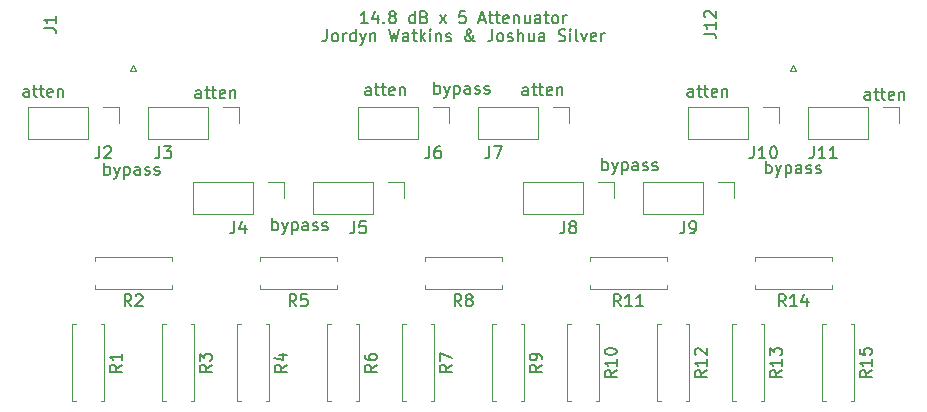
<source format=gbr>
G04 #@! TF.GenerationSoftware,KiCad,Pcbnew,(5.1.5-0)*
G04 #@! TF.CreationDate,2020-04-02T18:54:50-07:00*
G04 #@! TF.ProjectId,Attenuator,41747465-6e75-4617-946f-722e6b696361,rev?*
G04 #@! TF.SameCoordinates,Original*
G04 #@! TF.FileFunction,Legend,Top*
G04 #@! TF.FilePolarity,Positive*
%FSLAX46Y46*%
G04 Gerber Fmt 4.6, Leading zero omitted, Abs format (unit mm)*
G04 Created by KiCad (PCBNEW (5.1.5-0)) date 2020-04-02 18:54:50*
%MOMM*%
%LPD*%
G04 APERTURE LIST*
%ADD10C,0.150000*%
%ADD11C,0.120000*%
G04 APERTURE END LIST*
D10*
X106562380Y-54316380D02*
X106562380Y-55030666D01*
X106514761Y-55173523D01*
X106419523Y-55268761D01*
X106276666Y-55316380D01*
X106181428Y-55316380D01*
X107181428Y-55316380D02*
X107086190Y-55268761D01*
X107038571Y-55221142D01*
X106990952Y-55125904D01*
X106990952Y-54840190D01*
X107038571Y-54744952D01*
X107086190Y-54697333D01*
X107181428Y-54649714D01*
X107324285Y-54649714D01*
X107419523Y-54697333D01*
X107467142Y-54744952D01*
X107514761Y-54840190D01*
X107514761Y-55125904D01*
X107467142Y-55221142D01*
X107419523Y-55268761D01*
X107324285Y-55316380D01*
X107181428Y-55316380D01*
X107943333Y-55316380D02*
X107943333Y-54649714D01*
X107943333Y-54840190D02*
X107990952Y-54744952D01*
X108038571Y-54697333D01*
X108133809Y-54649714D01*
X108229047Y-54649714D01*
X108990952Y-55316380D02*
X108990952Y-54316380D01*
X108990952Y-55268761D02*
X108895714Y-55316380D01*
X108705238Y-55316380D01*
X108610000Y-55268761D01*
X108562380Y-55221142D01*
X108514761Y-55125904D01*
X108514761Y-54840190D01*
X108562380Y-54744952D01*
X108610000Y-54697333D01*
X108705238Y-54649714D01*
X108895714Y-54649714D01*
X108990952Y-54697333D01*
X109371904Y-54649714D02*
X109610000Y-55316380D01*
X109848095Y-54649714D02*
X109610000Y-55316380D01*
X109514761Y-55554476D01*
X109467142Y-55602095D01*
X109371904Y-55649714D01*
X110229047Y-54649714D02*
X110229047Y-55316380D01*
X110229047Y-54744952D02*
X110276666Y-54697333D01*
X110371904Y-54649714D01*
X110514761Y-54649714D01*
X110610000Y-54697333D01*
X110657619Y-54792571D01*
X110657619Y-55316380D01*
X111800476Y-54316380D02*
X112038571Y-55316380D01*
X112229047Y-54602095D01*
X112419523Y-55316380D01*
X112657619Y-54316380D01*
X113467142Y-55316380D02*
X113467142Y-54792571D01*
X113419523Y-54697333D01*
X113324285Y-54649714D01*
X113133809Y-54649714D01*
X113038571Y-54697333D01*
X113467142Y-55268761D02*
X113371904Y-55316380D01*
X113133809Y-55316380D01*
X113038571Y-55268761D01*
X112990952Y-55173523D01*
X112990952Y-55078285D01*
X113038571Y-54983047D01*
X113133809Y-54935428D01*
X113371904Y-54935428D01*
X113467142Y-54887809D01*
X113800476Y-54649714D02*
X114181428Y-54649714D01*
X113943333Y-54316380D02*
X113943333Y-55173523D01*
X113990952Y-55268761D01*
X114086190Y-55316380D01*
X114181428Y-55316380D01*
X114514761Y-55316380D02*
X114514761Y-54316380D01*
X114610000Y-54935428D02*
X114895714Y-55316380D01*
X114895714Y-54649714D02*
X114514761Y-55030666D01*
X115324285Y-55316380D02*
X115324285Y-54649714D01*
X115324285Y-54316380D02*
X115276666Y-54364000D01*
X115324285Y-54411619D01*
X115371904Y-54364000D01*
X115324285Y-54316380D01*
X115324285Y-54411619D01*
X115800476Y-54649714D02*
X115800476Y-55316380D01*
X115800476Y-54744952D02*
X115848095Y-54697333D01*
X115943333Y-54649714D01*
X116086190Y-54649714D01*
X116181428Y-54697333D01*
X116229047Y-54792571D01*
X116229047Y-55316380D01*
X116657619Y-55268761D02*
X116752857Y-55316380D01*
X116943333Y-55316380D01*
X117038571Y-55268761D01*
X117086190Y-55173523D01*
X117086190Y-55125904D01*
X117038571Y-55030666D01*
X116943333Y-54983047D01*
X116800476Y-54983047D01*
X116705238Y-54935428D01*
X116657619Y-54840190D01*
X116657619Y-54792571D01*
X116705238Y-54697333D01*
X116800476Y-54649714D01*
X116943333Y-54649714D01*
X117038571Y-54697333D01*
X119086190Y-55316380D02*
X119038571Y-55316380D01*
X118943333Y-55268761D01*
X118800476Y-55125904D01*
X118562380Y-54840190D01*
X118467142Y-54697333D01*
X118419523Y-54554476D01*
X118419523Y-54459238D01*
X118467142Y-54364000D01*
X118562380Y-54316380D01*
X118610000Y-54316380D01*
X118705238Y-54364000D01*
X118752857Y-54459238D01*
X118752857Y-54506857D01*
X118705238Y-54602095D01*
X118657619Y-54649714D01*
X118371904Y-54840190D01*
X118324285Y-54887809D01*
X118276666Y-54983047D01*
X118276666Y-55125904D01*
X118324285Y-55221142D01*
X118371904Y-55268761D01*
X118467142Y-55316380D01*
X118610000Y-55316380D01*
X118705238Y-55268761D01*
X118752857Y-55221142D01*
X118895714Y-55030666D01*
X118943333Y-54887809D01*
X118943333Y-54792571D01*
X120562380Y-54316380D02*
X120562380Y-55030666D01*
X120514761Y-55173523D01*
X120419523Y-55268761D01*
X120276666Y-55316380D01*
X120181428Y-55316380D01*
X121181428Y-55316380D02*
X121086190Y-55268761D01*
X121038571Y-55221142D01*
X120990952Y-55125904D01*
X120990952Y-54840190D01*
X121038571Y-54744952D01*
X121086190Y-54697333D01*
X121181428Y-54649714D01*
X121324285Y-54649714D01*
X121419523Y-54697333D01*
X121467142Y-54744952D01*
X121514761Y-54840190D01*
X121514761Y-55125904D01*
X121467142Y-55221142D01*
X121419523Y-55268761D01*
X121324285Y-55316380D01*
X121181428Y-55316380D01*
X121895714Y-55268761D02*
X121990952Y-55316380D01*
X122181428Y-55316380D01*
X122276666Y-55268761D01*
X122324285Y-55173523D01*
X122324285Y-55125904D01*
X122276666Y-55030666D01*
X122181428Y-54983047D01*
X122038571Y-54983047D01*
X121943333Y-54935428D01*
X121895714Y-54840190D01*
X121895714Y-54792571D01*
X121943333Y-54697333D01*
X122038571Y-54649714D01*
X122181428Y-54649714D01*
X122276666Y-54697333D01*
X122752857Y-55316380D02*
X122752857Y-54316380D01*
X123181428Y-55316380D02*
X123181428Y-54792571D01*
X123133809Y-54697333D01*
X123038571Y-54649714D01*
X122895714Y-54649714D01*
X122800476Y-54697333D01*
X122752857Y-54744952D01*
X124086190Y-54649714D02*
X124086190Y-55316380D01*
X123657619Y-54649714D02*
X123657619Y-55173523D01*
X123705238Y-55268761D01*
X123800476Y-55316380D01*
X123943333Y-55316380D01*
X124038571Y-55268761D01*
X124086190Y-55221142D01*
X124990952Y-55316380D02*
X124990952Y-54792571D01*
X124943333Y-54697333D01*
X124848095Y-54649714D01*
X124657619Y-54649714D01*
X124562380Y-54697333D01*
X124990952Y-55268761D02*
X124895714Y-55316380D01*
X124657619Y-55316380D01*
X124562380Y-55268761D01*
X124514761Y-55173523D01*
X124514761Y-55078285D01*
X124562380Y-54983047D01*
X124657619Y-54935428D01*
X124895714Y-54935428D01*
X124990952Y-54887809D01*
X126181428Y-55268761D02*
X126324285Y-55316380D01*
X126562380Y-55316380D01*
X126657619Y-55268761D01*
X126705238Y-55221142D01*
X126752857Y-55125904D01*
X126752857Y-55030666D01*
X126705238Y-54935428D01*
X126657619Y-54887809D01*
X126562380Y-54840190D01*
X126371904Y-54792571D01*
X126276666Y-54744952D01*
X126229047Y-54697333D01*
X126181428Y-54602095D01*
X126181428Y-54506857D01*
X126229047Y-54411619D01*
X126276666Y-54364000D01*
X126371904Y-54316380D01*
X126610000Y-54316380D01*
X126752857Y-54364000D01*
X127181428Y-55316380D02*
X127181428Y-54649714D01*
X127181428Y-54316380D02*
X127133809Y-54364000D01*
X127181428Y-54411619D01*
X127229047Y-54364000D01*
X127181428Y-54316380D01*
X127181428Y-54411619D01*
X127800476Y-55316380D02*
X127705238Y-55268761D01*
X127657619Y-55173523D01*
X127657619Y-54316380D01*
X128086190Y-54649714D02*
X128324285Y-55316380D01*
X128562380Y-54649714D01*
X129324285Y-55268761D02*
X129229047Y-55316380D01*
X129038571Y-55316380D01*
X128943333Y-55268761D01*
X128895714Y-55173523D01*
X128895714Y-54792571D01*
X128943333Y-54697333D01*
X129038571Y-54649714D01*
X129229047Y-54649714D01*
X129324285Y-54697333D01*
X129371904Y-54792571D01*
X129371904Y-54887809D01*
X128895714Y-54983047D01*
X129800476Y-55316380D02*
X129800476Y-54649714D01*
X129800476Y-54840190D02*
X129848095Y-54744952D01*
X129895714Y-54697333D01*
X129990952Y-54649714D01*
X130086190Y-54649714D01*
X143740476Y-66492380D02*
X143740476Y-65492380D01*
X143740476Y-65873333D02*
X143835714Y-65825714D01*
X144026190Y-65825714D01*
X144121428Y-65873333D01*
X144169047Y-65920952D01*
X144216666Y-66016190D01*
X144216666Y-66301904D01*
X144169047Y-66397142D01*
X144121428Y-66444761D01*
X144026190Y-66492380D01*
X143835714Y-66492380D01*
X143740476Y-66444761D01*
X144550000Y-65825714D02*
X144788095Y-66492380D01*
X145026190Y-65825714D02*
X144788095Y-66492380D01*
X144692857Y-66730476D01*
X144645238Y-66778095D01*
X144550000Y-66825714D01*
X145407142Y-65825714D02*
X145407142Y-66825714D01*
X145407142Y-65873333D02*
X145502380Y-65825714D01*
X145692857Y-65825714D01*
X145788095Y-65873333D01*
X145835714Y-65920952D01*
X145883333Y-66016190D01*
X145883333Y-66301904D01*
X145835714Y-66397142D01*
X145788095Y-66444761D01*
X145692857Y-66492380D01*
X145502380Y-66492380D01*
X145407142Y-66444761D01*
X146740476Y-66492380D02*
X146740476Y-65968571D01*
X146692857Y-65873333D01*
X146597619Y-65825714D01*
X146407142Y-65825714D01*
X146311904Y-65873333D01*
X146740476Y-66444761D02*
X146645238Y-66492380D01*
X146407142Y-66492380D01*
X146311904Y-66444761D01*
X146264285Y-66349523D01*
X146264285Y-66254285D01*
X146311904Y-66159047D01*
X146407142Y-66111428D01*
X146645238Y-66111428D01*
X146740476Y-66063809D01*
X147169047Y-66444761D02*
X147264285Y-66492380D01*
X147454761Y-66492380D01*
X147550000Y-66444761D01*
X147597619Y-66349523D01*
X147597619Y-66301904D01*
X147550000Y-66206666D01*
X147454761Y-66159047D01*
X147311904Y-66159047D01*
X147216666Y-66111428D01*
X147169047Y-66016190D01*
X147169047Y-65968571D01*
X147216666Y-65873333D01*
X147311904Y-65825714D01*
X147454761Y-65825714D01*
X147550000Y-65873333D01*
X147978571Y-66444761D02*
X148073809Y-66492380D01*
X148264285Y-66492380D01*
X148359523Y-66444761D01*
X148407142Y-66349523D01*
X148407142Y-66301904D01*
X148359523Y-66206666D01*
X148264285Y-66159047D01*
X148121428Y-66159047D01*
X148026190Y-66111428D01*
X147978571Y-66016190D01*
X147978571Y-65968571D01*
X148026190Y-65873333D01*
X148121428Y-65825714D01*
X148264285Y-65825714D01*
X148359523Y-65873333D01*
X152558904Y-60269380D02*
X152558904Y-59745571D01*
X152511285Y-59650333D01*
X152416047Y-59602714D01*
X152225571Y-59602714D01*
X152130333Y-59650333D01*
X152558904Y-60221761D02*
X152463666Y-60269380D01*
X152225571Y-60269380D01*
X152130333Y-60221761D01*
X152082714Y-60126523D01*
X152082714Y-60031285D01*
X152130333Y-59936047D01*
X152225571Y-59888428D01*
X152463666Y-59888428D01*
X152558904Y-59840809D01*
X152892238Y-59602714D02*
X153273190Y-59602714D01*
X153035095Y-59269380D02*
X153035095Y-60126523D01*
X153082714Y-60221761D01*
X153177952Y-60269380D01*
X153273190Y-60269380D01*
X153463666Y-59602714D02*
X153844619Y-59602714D01*
X153606523Y-59269380D02*
X153606523Y-60126523D01*
X153654142Y-60221761D01*
X153749380Y-60269380D01*
X153844619Y-60269380D01*
X154558904Y-60221761D02*
X154463666Y-60269380D01*
X154273190Y-60269380D01*
X154177952Y-60221761D01*
X154130333Y-60126523D01*
X154130333Y-59745571D01*
X154177952Y-59650333D01*
X154273190Y-59602714D01*
X154463666Y-59602714D01*
X154558904Y-59650333D01*
X154606523Y-59745571D01*
X154606523Y-59840809D01*
X154130333Y-59936047D01*
X155035095Y-59602714D02*
X155035095Y-60269380D01*
X155035095Y-59697952D02*
X155082714Y-59650333D01*
X155177952Y-59602714D01*
X155320809Y-59602714D01*
X155416047Y-59650333D01*
X155463666Y-59745571D01*
X155463666Y-60269380D01*
X137572904Y-60015380D02*
X137572904Y-59491571D01*
X137525285Y-59396333D01*
X137430047Y-59348714D01*
X137239571Y-59348714D01*
X137144333Y-59396333D01*
X137572904Y-59967761D02*
X137477666Y-60015380D01*
X137239571Y-60015380D01*
X137144333Y-59967761D01*
X137096714Y-59872523D01*
X137096714Y-59777285D01*
X137144333Y-59682047D01*
X137239571Y-59634428D01*
X137477666Y-59634428D01*
X137572904Y-59586809D01*
X137906238Y-59348714D02*
X138287190Y-59348714D01*
X138049095Y-59015380D02*
X138049095Y-59872523D01*
X138096714Y-59967761D01*
X138191952Y-60015380D01*
X138287190Y-60015380D01*
X138477666Y-59348714D02*
X138858619Y-59348714D01*
X138620523Y-59015380D02*
X138620523Y-59872523D01*
X138668142Y-59967761D01*
X138763380Y-60015380D01*
X138858619Y-60015380D01*
X139572904Y-59967761D02*
X139477666Y-60015380D01*
X139287190Y-60015380D01*
X139191952Y-59967761D01*
X139144333Y-59872523D01*
X139144333Y-59491571D01*
X139191952Y-59396333D01*
X139287190Y-59348714D01*
X139477666Y-59348714D01*
X139572904Y-59396333D01*
X139620523Y-59491571D01*
X139620523Y-59586809D01*
X139144333Y-59682047D01*
X140049095Y-59348714D02*
X140049095Y-60015380D01*
X140049095Y-59443952D02*
X140096714Y-59396333D01*
X140191952Y-59348714D01*
X140334809Y-59348714D01*
X140430047Y-59396333D01*
X140477666Y-59491571D01*
X140477666Y-60015380D01*
X129897476Y-66238380D02*
X129897476Y-65238380D01*
X129897476Y-65619333D02*
X129992714Y-65571714D01*
X130183190Y-65571714D01*
X130278428Y-65619333D01*
X130326047Y-65666952D01*
X130373666Y-65762190D01*
X130373666Y-66047904D01*
X130326047Y-66143142D01*
X130278428Y-66190761D01*
X130183190Y-66238380D01*
X129992714Y-66238380D01*
X129897476Y-66190761D01*
X130707000Y-65571714D02*
X130945095Y-66238380D01*
X131183190Y-65571714D02*
X130945095Y-66238380D01*
X130849857Y-66476476D01*
X130802238Y-66524095D01*
X130707000Y-66571714D01*
X131564142Y-65571714D02*
X131564142Y-66571714D01*
X131564142Y-65619333D02*
X131659380Y-65571714D01*
X131849857Y-65571714D01*
X131945095Y-65619333D01*
X131992714Y-65666952D01*
X132040333Y-65762190D01*
X132040333Y-66047904D01*
X131992714Y-66143142D01*
X131945095Y-66190761D01*
X131849857Y-66238380D01*
X131659380Y-66238380D01*
X131564142Y-66190761D01*
X132897476Y-66238380D02*
X132897476Y-65714571D01*
X132849857Y-65619333D01*
X132754619Y-65571714D01*
X132564142Y-65571714D01*
X132468904Y-65619333D01*
X132897476Y-66190761D02*
X132802238Y-66238380D01*
X132564142Y-66238380D01*
X132468904Y-66190761D01*
X132421285Y-66095523D01*
X132421285Y-66000285D01*
X132468904Y-65905047D01*
X132564142Y-65857428D01*
X132802238Y-65857428D01*
X132897476Y-65809809D01*
X133326047Y-66190761D02*
X133421285Y-66238380D01*
X133611761Y-66238380D01*
X133707000Y-66190761D01*
X133754619Y-66095523D01*
X133754619Y-66047904D01*
X133707000Y-65952666D01*
X133611761Y-65905047D01*
X133468904Y-65905047D01*
X133373666Y-65857428D01*
X133326047Y-65762190D01*
X133326047Y-65714571D01*
X133373666Y-65619333D01*
X133468904Y-65571714D01*
X133611761Y-65571714D01*
X133707000Y-65619333D01*
X134135571Y-66190761D02*
X134230809Y-66238380D01*
X134421285Y-66238380D01*
X134516523Y-66190761D01*
X134564142Y-66095523D01*
X134564142Y-66047904D01*
X134516523Y-65952666D01*
X134421285Y-65905047D01*
X134278428Y-65905047D01*
X134183190Y-65857428D01*
X134135571Y-65762190D01*
X134135571Y-65714571D01*
X134183190Y-65619333D01*
X134278428Y-65571714D01*
X134421285Y-65571714D01*
X134516523Y-65619333D01*
X115673476Y-59761380D02*
X115673476Y-58761380D01*
X115673476Y-59142333D02*
X115768714Y-59094714D01*
X115959190Y-59094714D01*
X116054428Y-59142333D01*
X116102047Y-59189952D01*
X116149666Y-59285190D01*
X116149666Y-59570904D01*
X116102047Y-59666142D01*
X116054428Y-59713761D01*
X115959190Y-59761380D01*
X115768714Y-59761380D01*
X115673476Y-59713761D01*
X116483000Y-59094714D02*
X116721095Y-59761380D01*
X116959190Y-59094714D02*
X116721095Y-59761380D01*
X116625857Y-59999476D01*
X116578238Y-60047095D01*
X116483000Y-60094714D01*
X117340142Y-59094714D02*
X117340142Y-60094714D01*
X117340142Y-59142333D02*
X117435380Y-59094714D01*
X117625857Y-59094714D01*
X117721095Y-59142333D01*
X117768714Y-59189952D01*
X117816333Y-59285190D01*
X117816333Y-59570904D01*
X117768714Y-59666142D01*
X117721095Y-59713761D01*
X117625857Y-59761380D01*
X117435380Y-59761380D01*
X117340142Y-59713761D01*
X118673476Y-59761380D02*
X118673476Y-59237571D01*
X118625857Y-59142333D01*
X118530619Y-59094714D01*
X118340142Y-59094714D01*
X118244904Y-59142333D01*
X118673476Y-59713761D02*
X118578238Y-59761380D01*
X118340142Y-59761380D01*
X118244904Y-59713761D01*
X118197285Y-59618523D01*
X118197285Y-59523285D01*
X118244904Y-59428047D01*
X118340142Y-59380428D01*
X118578238Y-59380428D01*
X118673476Y-59332809D01*
X119102047Y-59713761D02*
X119197285Y-59761380D01*
X119387761Y-59761380D01*
X119483000Y-59713761D01*
X119530619Y-59618523D01*
X119530619Y-59570904D01*
X119483000Y-59475666D01*
X119387761Y-59428047D01*
X119244904Y-59428047D01*
X119149666Y-59380428D01*
X119102047Y-59285190D01*
X119102047Y-59237571D01*
X119149666Y-59142333D01*
X119244904Y-59094714D01*
X119387761Y-59094714D01*
X119483000Y-59142333D01*
X119911571Y-59713761D02*
X120006809Y-59761380D01*
X120197285Y-59761380D01*
X120292523Y-59713761D01*
X120340142Y-59618523D01*
X120340142Y-59570904D01*
X120292523Y-59475666D01*
X120197285Y-59428047D01*
X120054428Y-59428047D01*
X119959190Y-59380428D01*
X119911571Y-59285190D01*
X119911571Y-59237571D01*
X119959190Y-59142333D01*
X120054428Y-59094714D01*
X120197285Y-59094714D01*
X120292523Y-59142333D01*
X123602904Y-59888380D02*
X123602904Y-59364571D01*
X123555285Y-59269333D01*
X123460047Y-59221714D01*
X123269571Y-59221714D01*
X123174333Y-59269333D01*
X123602904Y-59840761D02*
X123507666Y-59888380D01*
X123269571Y-59888380D01*
X123174333Y-59840761D01*
X123126714Y-59745523D01*
X123126714Y-59650285D01*
X123174333Y-59555047D01*
X123269571Y-59507428D01*
X123507666Y-59507428D01*
X123602904Y-59459809D01*
X123936238Y-59221714D02*
X124317190Y-59221714D01*
X124079095Y-58888380D02*
X124079095Y-59745523D01*
X124126714Y-59840761D01*
X124221952Y-59888380D01*
X124317190Y-59888380D01*
X124507666Y-59221714D02*
X124888619Y-59221714D01*
X124650523Y-58888380D02*
X124650523Y-59745523D01*
X124698142Y-59840761D01*
X124793380Y-59888380D01*
X124888619Y-59888380D01*
X125602904Y-59840761D02*
X125507666Y-59888380D01*
X125317190Y-59888380D01*
X125221952Y-59840761D01*
X125174333Y-59745523D01*
X125174333Y-59364571D01*
X125221952Y-59269333D01*
X125317190Y-59221714D01*
X125507666Y-59221714D01*
X125602904Y-59269333D01*
X125650523Y-59364571D01*
X125650523Y-59459809D01*
X125174333Y-59555047D01*
X126079095Y-59221714D02*
X126079095Y-59888380D01*
X126079095Y-59316952D02*
X126126714Y-59269333D01*
X126221952Y-59221714D01*
X126364809Y-59221714D01*
X126460047Y-59269333D01*
X126507666Y-59364571D01*
X126507666Y-59888380D01*
X110267904Y-59888380D02*
X110267904Y-59364571D01*
X110220285Y-59269333D01*
X110125047Y-59221714D01*
X109934571Y-59221714D01*
X109839333Y-59269333D01*
X110267904Y-59840761D02*
X110172666Y-59888380D01*
X109934571Y-59888380D01*
X109839333Y-59840761D01*
X109791714Y-59745523D01*
X109791714Y-59650285D01*
X109839333Y-59555047D01*
X109934571Y-59507428D01*
X110172666Y-59507428D01*
X110267904Y-59459809D01*
X110601238Y-59221714D02*
X110982190Y-59221714D01*
X110744095Y-58888380D02*
X110744095Y-59745523D01*
X110791714Y-59840761D01*
X110886952Y-59888380D01*
X110982190Y-59888380D01*
X111172666Y-59221714D02*
X111553619Y-59221714D01*
X111315523Y-58888380D02*
X111315523Y-59745523D01*
X111363142Y-59840761D01*
X111458380Y-59888380D01*
X111553619Y-59888380D01*
X112267904Y-59840761D02*
X112172666Y-59888380D01*
X111982190Y-59888380D01*
X111886952Y-59840761D01*
X111839333Y-59745523D01*
X111839333Y-59364571D01*
X111886952Y-59269333D01*
X111982190Y-59221714D01*
X112172666Y-59221714D01*
X112267904Y-59269333D01*
X112315523Y-59364571D01*
X112315523Y-59459809D01*
X111839333Y-59555047D01*
X112744095Y-59221714D02*
X112744095Y-59888380D01*
X112744095Y-59316952D02*
X112791714Y-59269333D01*
X112886952Y-59221714D01*
X113029809Y-59221714D01*
X113125047Y-59269333D01*
X113172666Y-59364571D01*
X113172666Y-59888380D01*
X101957476Y-71318380D02*
X101957476Y-70318380D01*
X101957476Y-70699333D02*
X102052714Y-70651714D01*
X102243190Y-70651714D01*
X102338428Y-70699333D01*
X102386047Y-70746952D01*
X102433666Y-70842190D01*
X102433666Y-71127904D01*
X102386047Y-71223142D01*
X102338428Y-71270761D01*
X102243190Y-71318380D01*
X102052714Y-71318380D01*
X101957476Y-71270761D01*
X102767000Y-70651714D02*
X103005095Y-71318380D01*
X103243190Y-70651714D02*
X103005095Y-71318380D01*
X102909857Y-71556476D01*
X102862238Y-71604095D01*
X102767000Y-71651714D01*
X103624142Y-70651714D02*
X103624142Y-71651714D01*
X103624142Y-70699333D02*
X103719380Y-70651714D01*
X103909857Y-70651714D01*
X104005095Y-70699333D01*
X104052714Y-70746952D01*
X104100333Y-70842190D01*
X104100333Y-71127904D01*
X104052714Y-71223142D01*
X104005095Y-71270761D01*
X103909857Y-71318380D01*
X103719380Y-71318380D01*
X103624142Y-71270761D01*
X104957476Y-71318380D02*
X104957476Y-70794571D01*
X104909857Y-70699333D01*
X104814619Y-70651714D01*
X104624142Y-70651714D01*
X104528904Y-70699333D01*
X104957476Y-71270761D02*
X104862238Y-71318380D01*
X104624142Y-71318380D01*
X104528904Y-71270761D01*
X104481285Y-71175523D01*
X104481285Y-71080285D01*
X104528904Y-70985047D01*
X104624142Y-70937428D01*
X104862238Y-70937428D01*
X104957476Y-70889809D01*
X105386047Y-71270761D02*
X105481285Y-71318380D01*
X105671761Y-71318380D01*
X105767000Y-71270761D01*
X105814619Y-71175523D01*
X105814619Y-71127904D01*
X105767000Y-71032666D01*
X105671761Y-70985047D01*
X105528904Y-70985047D01*
X105433666Y-70937428D01*
X105386047Y-70842190D01*
X105386047Y-70794571D01*
X105433666Y-70699333D01*
X105528904Y-70651714D01*
X105671761Y-70651714D01*
X105767000Y-70699333D01*
X106195571Y-71270761D02*
X106290809Y-71318380D01*
X106481285Y-71318380D01*
X106576523Y-71270761D01*
X106624142Y-71175523D01*
X106624142Y-71127904D01*
X106576523Y-71032666D01*
X106481285Y-70985047D01*
X106338428Y-70985047D01*
X106243190Y-70937428D01*
X106195571Y-70842190D01*
X106195571Y-70794571D01*
X106243190Y-70699333D01*
X106338428Y-70651714D01*
X106481285Y-70651714D01*
X106576523Y-70699333D01*
X87733476Y-66619380D02*
X87733476Y-65619380D01*
X87733476Y-66000333D02*
X87828714Y-65952714D01*
X88019190Y-65952714D01*
X88114428Y-66000333D01*
X88162047Y-66047952D01*
X88209666Y-66143190D01*
X88209666Y-66428904D01*
X88162047Y-66524142D01*
X88114428Y-66571761D01*
X88019190Y-66619380D01*
X87828714Y-66619380D01*
X87733476Y-66571761D01*
X88543000Y-65952714D02*
X88781095Y-66619380D01*
X89019190Y-65952714D02*
X88781095Y-66619380D01*
X88685857Y-66857476D01*
X88638238Y-66905095D01*
X88543000Y-66952714D01*
X89400142Y-65952714D02*
X89400142Y-66952714D01*
X89400142Y-66000333D02*
X89495380Y-65952714D01*
X89685857Y-65952714D01*
X89781095Y-66000333D01*
X89828714Y-66047952D01*
X89876333Y-66143190D01*
X89876333Y-66428904D01*
X89828714Y-66524142D01*
X89781095Y-66571761D01*
X89685857Y-66619380D01*
X89495380Y-66619380D01*
X89400142Y-66571761D01*
X90733476Y-66619380D02*
X90733476Y-66095571D01*
X90685857Y-66000333D01*
X90590619Y-65952714D01*
X90400142Y-65952714D01*
X90304904Y-66000333D01*
X90733476Y-66571761D02*
X90638238Y-66619380D01*
X90400142Y-66619380D01*
X90304904Y-66571761D01*
X90257285Y-66476523D01*
X90257285Y-66381285D01*
X90304904Y-66286047D01*
X90400142Y-66238428D01*
X90638238Y-66238428D01*
X90733476Y-66190809D01*
X91162047Y-66571761D02*
X91257285Y-66619380D01*
X91447761Y-66619380D01*
X91543000Y-66571761D01*
X91590619Y-66476523D01*
X91590619Y-66428904D01*
X91543000Y-66333666D01*
X91447761Y-66286047D01*
X91304904Y-66286047D01*
X91209666Y-66238428D01*
X91162047Y-66143190D01*
X91162047Y-66095571D01*
X91209666Y-66000333D01*
X91304904Y-65952714D01*
X91447761Y-65952714D01*
X91543000Y-66000333D01*
X91971571Y-66571761D02*
X92066809Y-66619380D01*
X92257285Y-66619380D01*
X92352523Y-66571761D01*
X92400142Y-66476523D01*
X92400142Y-66428904D01*
X92352523Y-66333666D01*
X92257285Y-66286047D01*
X92114428Y-66286047D01*
X92019190Y-66238428D01*
X91971571Y-66143190D01*
X91971571Y-66095571D01*
X92019190Y-66000333D01*
X92114428Y-65952714D01*
X92257285Y-65952714D01*
X92352523Y-66000333D01*
X95916904Y-60142380D02*
X95916904Y-59618571D01*
X95869285Y-59523333D01*
X95774047Y-59475714D01*
X95583571Y-59475714D01*
X95488333Y-59523333D01*
X95916904Y-60094761D02*
X95821666Y-60142380D01*
X95583571Y-60142380D01*
X95488333Y-60094761D01*
X95440714Y-59999523D01*
X95440714Y-59904285D01*
X95488333Y-59809047D01*
X95583571Y-59761428D01*
X95821666Y-59761428D01*
X95916904Y-59713809D01*
X96250238Y-59475714D02*
X96631190Y-59475714D01*
X96393095Y-59142380D02*
X96393095Y-59999523D01*
X96440714Y-60094761D01*
X96535952Y-60142380D01*
X96631190Y-60142380D01*
X96821666Y-59475714D02*
X97202619Y-59475714D01*
X96964523Y-59142380D02*
X96964523Y-59999523D01*
X97012142Y-60094761D01*
X97107380Y-60142380D01*
X97202619Y-60142380D01*
X97916904Y-60094761D02*
X97821666Y-60142380D01*
X97631190Y-60142380D01*
X97535952Y-60094761D01*
X97488333Y-59999523D01*
X97488333Y-59618571D01*
X97535952Y-59523333D01*
X97631190Y-59475714D01*
X97821666Y-59475714D01*
X97916904Y-59523333D01*
X97964523Y-59618571D01*
X97964523Y-59713809D01*
X97488333Y-59809047D01*
X98393095Y-59475714D02*
X98393095Y-60142380D01*
X98393095Y-59570952D02*
X98440714Y-59523333D01*
X98535952Y-59475714D01*
X98678809Y-59475714D01*
X98774047Y-59523333D01*
X98821666Y-59618571D01*
X98821666Y-60142380D01*
X81311904Y-60015380D02*
X81311904Y-59491571D01*
X81264285Y-59396333D01*
X81169047Y-59348714D01*
X80978571Y-59348714D01*
X80883333Y-59396333D01*
X81311904Y-59967761D02*
X81216666Y-60015380D01*
X80978571Y-60015380D01*
X80883333Y-59967761D01*
X80835714Y-59872523D01*
X80835714Y-59777285D01*
X80883333Y-59682047D01*
X80978571Y-59634428D01*
X81216666Y-59634428D01*
X81311904Y-59586809D01*
X81645238Y-59348714D02*
X82026190Y-59348714D01*
X81788095Y-59015380D02*
X81788095Y-59872523D01*
X81835714Y-59967761D01*
X81930952Y-60015380D01*
X82026190Y-60015380D01*
X82216666Y-59348714D02*
X82597619Y-59348714D01*
X82359523Y-59015380D02*
X82359523Y-59872523D01*
X82407142Y-59967761D01*
X82502380Y-60015380D01*
X82597619Y-60015380D01*
X83311904Y-59967761D02*
X83216666Y-60015380D01*
X83026190Y-60015380D01*
X82930952Y-59967761D01*
X82883333Y-59872523D01*
X82883333Y-59491571D01*
X82930952Y-59396333D01*
X83026190Y-59348714D01*
X83216666Y-59348714D01*
X83311904Y-59396333D01*
X83359523Y-59491571D01*
X83359523Y-59586809D01*
X82883333Y-59682047D01*
X83788095Y-59348714D02*
X83788095Y-60015380D01*
X83788095Y-59443952D02*
X83835714Y-59396333D01*
X83930952Y-59348714D01*
X84073809Y-59348714D01*
X84169047Y-59396333D01*
X84216666Y-59491571D01*
X84216666Y-60015380D01*
X110014761Y-53792380D02*
X109443333Y-53792380D01*
X109729047Y-53792380D02*
X109729047Y-52792380D01*
X109633809Y-52935238D01*
X109538571Y-53030476D01*
X109443333Y-53078095D01*
X110871904Y-53125714D02*
X110871904Y-53792380D01*
X110633809Y-52744761D02*
X110395714Y-53459047D01*
X111014761Y-53459047D01*
X111395714Y-53697142D02*
X111443333Y-53744761D01*
X111395714Y-53792380D01*
X111348095Y-53744761D01*
X111395714Y-53697142D01*
X111395714Y-53792380D01*
X112014761Y-53220952D02*
X111919523Y-53173333D01*
X111871904Y-53125714D01*
X111824285Y-53030476D01*
X111824285Y-52982857D01*
X111871904Y-52887619D01*
X111919523Y-52840000D01*
X112014761Y-52792380D01*
X112205238Y-52792380D01*
X112300476Y-52840000D01*
X112348095Y-52887619D01*
X112395714Y-52982857D01*
X112395714Y-53030476D01*
X112348095Y-53125714D01*
X112300476Y-53173333D01*
X112205238Y-53220952D01*
X112014761Y-53220952D01*
X111919523Y-53268571D01*
X111871904Y-53316190D01*
X111824285Y-53411428D01*
X111824285Y-53601904D01*
X111871904Y-53697142D01*
X111919523Y-53744761D01*
X112014761Y-53792380D01*
X112205238Y-53792380D01*
X112300476Y-53744761D01*
X112348095Y-53697142D01*
X112395714Y-53601904D01*
X112395714Y-53411428D01*
X112348095Y-53316190D01*
X112300476Y-53268571D01*
X112205238Y-53220952D01*
X114014761Y-53792380D02*
X114014761Y-52792380D01*
X114014761Y-53744761D02*
X113919523Y-53792380D01*
X113729047Y-53792380D01*
X113633809Y-53744761D01*
X113586190Y-53697142D01*
X113538571Y-53601904D01*
X113538571Y-53316190D01*
X113586190Y-53220952D01*
X113633809Y-53173333D01*
X113729047Y-53125714D01*
X113919523Y-53125714D01*
X114014761Y-53173333D01*
X114824285Y-53268571D02*
X114967142Y-53316190D01*
X115014761Y-53363809D01*
X115062380Y-53459047D01*
X115062380Y-53601904D01*
X115014761Y-53697142D01*
X114967142Y-53744761D01*
X114871904Y-53792380D01*
X114490952Y-53792380D01*
X114490952Y-52792380D01*
X114824285Y-52792380D01*
X114919523Y-52840000D01*
X114967142Y-52887619D01*
X115014761Y-52982857D01*
X115014761Y-53078095D01*
X114967142Y-53173333D01*
X114919523Y-53220952D01*
X114824285Y-53268571D01*
X114490952Y-53268571D01*
X116157619Y-53792380D02*
X116681428Y-53125714D01*
X116157619Y-53125714D02*
X116681428Y-53792380D01*
X118300476Y-52792380D02*
X117824285Y-52792380D01*
X117776666Y-53268571D01*
X117824285Y-53220952D01*
X117919523Y-53173333D01*
X118157619Y-53173333D01*
X118252857Y-53220952D01*
X118300476Y-53268571D01*
X118348095Y-53363809D01*
X118348095Y-53601904D01*
X118300476Y-53697142D01*
X118252857Y-53744761D01*
X118157619Y-53792380D01*
X117919523Y-53792380D01*
X117824285Y-53744761D01*
X117776666Y-53697142D01*
X119490952Y-53506666D02*
X119967142Y-53506666D01*
X119395714Y-53792380D02*
X119729047Y-52792380D01*
X120062380Y-53792380D01*
X120252857Y-53125714D02*
X120633809Y-53125714D01*
X120395714Y-52792380D02*
X120395714Y-53649523D01*
X120443333Y-53744761D01*
X120538571Y-53792380D01*
X120633809Y-53792380D01*
X120824285Y-53125714D02*
X121205238Y-53125714D01*
X120967142Y-52792380D02*
X120967142Y-53649523D01*
X121014761Y-53744761D01*
X121109999Y-53792380D01*
X121205238Y-53792380D01*
X121919523Y-53744761D02*
X121824285Y-53792380D01*
X121633809Y-53792380D01*
X121538571Y-53744761D01*
X121490952Y-53649523D01*
X121490952Y-53268571D01*
X121538571Y-53173333D01*
X121633809Y-53125714D01*
X121824285Y-53125714D01*
X121919523Y-53173333D01*
X121967142Y-53268571D01*
X121967142Y-53363809D01*
X121490952Y-53459047D01*
X122395714Y-53125714D02*
X122395714Y-53792380D01*
X122395714Y-53220952D02*
X122443333Y-53173333D01*
X122538571Y-53125714D01*
X122681428Y-53125714D01*
X122776666Y-53173333D01*
X122824285Y-53268571D01*
X122824285Y-53792380D01*
X123729047Y-53125714D02*
X123729047Y-53792380D01*
X123300476Y-53125714D02*
X123300476Y-53649523D01*
X123348095Y-53744761D01*
X123443333Y-53792380D01*
X123586190Y-53792380D01*
X123681428Y-53744761D01*
X123729047Y-53697142D01*
X124633809Y-53792380D02*
X124633809Y-53268571D01*
X124586190Y-53173333D01*
X124490952Y-53125714D01*
X124300476Y-53125714D01*
X124205238Y-53173333D01*
X124633809Y-53744761D02*
X124538571Y-53792380D01*
X124300476Y-53792380D01*
X124205238Y-53744761D01*
X124157619Y-53649523D01*
X124157619Y-53554285D01*
X124205238Y-53459047D01*
X124300476Y-53411428D01*
X124538571Y-53411428D01*
X124633809Y-53363809D01*
X124967142Y-53125714D02*
X125348095Y-53125714D01*
X125109999Y-52792380D02*
X125109999Y-53649523D01*
X125157619Y-53744761D01*
X125252857Y-53792380D01*
X125348095Y-53792380D01*
X125824285Y-53792380D02*
X125729047Y-53744761D01*
X125681428Y-53697142D01*
X125633809Y-53601904D01*
X125633809Y-53316190D01*
X125681428Y-53220952D01*
X125729047Y-53173333D01*
X125824285Y-53125714D01*
X125967142Y-53125714D01*
X126062380Y-53173333D01*
X126109999Y-53220952D01*
X126157619Y-53316190D01*
X126157619Y-53601904D01*
X126109999Y-53697142D01*
X126062380Y-53744761D01*
X125967142Y-53792380D01*
X125824285Y-53792380D01*
X126586190Y-53792380D02*
X126586190Y-53125714D01*
X126586190Y-53316190D02*
X126633809Y-53220952D01*
X126681428Y-53173333D01*
X126776666Y-53125714D01*
X126871904Y-53125714D01*
D11*
X150900000Y-79280000D02*
X151230000Y-79280000D01*
X151230000Y-79280000D02*
X151230000Y-85820000D01*
X151230000Y-85820000D02*
X150900000Y-85820000D01*
X148820000Y-79280000D02*
X148490000Y-79280000D01*
X148490000Y-79280000D02*
X148490000Y-85820000D01*
X148490000Y-85820000D02*
X148820000Y-85820000D01*
X89920000Y-57872000D02*
X90170000Y-57372000D01*
X90420000Y-57872000D02*
X89920000Y-57872000D01*
X90170000Y-57372000D02*
X90420000Y-57872000D01*
X146050000Y-57372000D02*
X146300000Y-57872000D01*
X146300000Y-57872000D02*
X145800000Y-57872000D01*
X145800000Y-57872000D02*
X146050000Y-57372000D01*
X87400000Y-79280000D02*
X87730000Y-79280000D01*
X87730000Y-79280000D02*
X87730000Y-85820000D01*
X87730000Y-85820000D02*
X87400000Y-85820000D01*
X85320000Y-79280000D02*
X84990000Y-79280000D01*
X84990000Y-79280000D02*
X84990000Y-85820000D01*
X84990000Y-85820000D02*
X85320000Y-85820000D01*
X93440000Y-75970000D02*
X93440000Y-76300000D01*
X93440000Y-76300000D02*
X86900000Y-76300000D01*
X86900000Y-76300000D02*
X86900000Y-75970000D01*
X93440000Y-73890000D02*
X93440000Y-73560000D01*
X93440000Y-73560000D02*
X86900000Y-73560000D01*
X86900000Y-73560000D02*
X86900000Y-73890000D01*
X92610000Y-85820000D02*
X92940000Y-85820000D01*
X92610000Y-79280000D02*
X92610000Y-85820000D01*
X92940000Y-79280000D02*
X92610000Y-79280000D01*
X95350000Y-85820000D02*
X95020000Y-85820000D01*
X95350000Y-79280000D02*
X95350000Y-85820000D01*
X95020000Y-79280000D02*
X95350000Y-79280000D01*
X98960000Y-85820000D02*
X99290000Y-85820000D01*
X98960000Y-79280000D02*
X98960000Y-85820000D01*
X99290000Y-79280000D02*
X98960000Y-79280000D01*
X101700000Y-85820000D02*
X101370000Y-85820000D01*
X101700000Y-79280000D02*
X101700000Y-85820000D01*
X101370000Y-79280000D02*
X101700000Y-79280000D01*
X100870000Y-73560000D02*
X100870000Y-73890000D01*
X107410000Y-73560000D02*
X100870000Y-73560000D01*
X107410000Y-73890000D02*
X107410000Y-73560000D01*
X100870000Y-76300000D02*
X100870000Y-75970000D01*
X107410000Y-76300000D02*
X100870000Y-76300000D01*
X107410000Y-75970000D02*
X107410000Y-76300000D01*
X108990000Y-79280000D02*
X109320000Y-79280000D01*
X109320000Y-79280000D02*
X109320000Y-85820000D01*
X109320000Y-85820000D02*
X108990000Y-85820000D01*
X106910000Y-79280000D02*
X106580000Y-79280000D01*
X106580000Y-79280000D02*
X106580000Y-85820000D01*
X106580000Y-85820000D02*
X106910000Y-85820000D01*
X115340000Y-79280000D02*
X115670000Y-79280000D01*
X115670000Y-79280000D02*
X115670000Y-85820000D01*
X115670000Y-85820000D02*
X115340000Y-85820000D01*
X113260000Y-79280000D02*
X112930000Y-79280000D01*
X112930000Y-79280000D02*
X112930000Y-85820000D01*
X112930000Y-85820000D02*
X113260000Y-85820000D01*
X121380000Y-75970000D02*
X121380000Y-76300000D01*
X121380000Y-76300000D02*
X114840000Y-76300000D01*
X114840000Y-76300000D02*
X114840000Y-75970000D01*
X121380000Y-73890000D02*
X121380000Y-73560000D01*
X121380000Y-73560000D02*
X114840000Y-73560000D01*
X114840000Y-73560000D02*
X114840000Y-73890000D01*
X120550000Y-85820000D02*
X120880000Y-85820000D01*
X120550000Y-79280000D02*
X120550000Y-85820000D01*
X120880000Y-79280000D02*
X120550000Y-79280000D01*
X123290000Y-85820000D02*
X122960000Y-85820000D01*
X123290000Y-79280000D02*
X123290000Y-85820000D01*
X122960000Y-79280000D02*
X123290000Y-79280000D01*
X126900000Y-85820000D02*
X127230000Y-85820000D01*
X126900000Y-79280000D02*
X126900000Y-85820000D01*
X127230000Y-79280000D02*
X126900000Y-79280000D01*
X129640000Y-85820000D02*
X129310000Y-85820000D01*
X129640000Y-79280000D02*
X129640000Y-85820000D01*
X129310000Y-79280000D02*
X129640000Y-79280000D01*
X128810000Y-73560000D02*
X128810000Y-73890000D01*
X135350000Y-73560000D02*
X128810000Y-73560000D01*
X135350000Y-73890000D02*
X135350000Y-73560000D01*
X128810000Y-76300000D02*
X128810000Y-75970000D01*
X135350000Y-76300000D02*
X128810000Y-76300000D01*
X135350000Y-75970000D02*
X135350000Y-76300000D01*
X136930000Y-79280000D02*
X137260000Y-79280000D01*
X137260000Y-79280000D02*
X137260000Y-85820000D01*
X137260000Y-85820000D02*
X136930000Y-85820000D01*
X134850000Y-79280000D02*
X134520000Y-79280000D01*
X134520000Y-79280000D02*
X134520000Y-85820000D01*
X134520000Y-85820000D02*
X134850000Y-85820000D01*
X143280000Y-79280000D02*
X143610000Y-79280000D01*
X143610000Y-79280000D02*
X143610000Y-85820000D01*
X143610000Y-85820000D02*
X143280000Y-85820000D01*
X141200000Y-79280000D02*
X140870000Y-79280000D01*
X140870000Y-79280000D02*
X140870000Y-85820000D01*
X140870000Y-85820000D02*
X141200000Y-85820000D01*
X142780000Y-73560000D02*
X142780000Y-73890000D01*
X149320000Y-73560000D02*
X142780000Y-73560000D01*
X149320000Y-73890000D02*
X149320000Y-73560000D01*
X142780000Y-76300000D02*
X142780000Y-75970000D01*
X149320000Y-76300000D02*
X142780000Y-76300000D01*
X149320000Y-75970000D02*
X149320000Y-76300000D01*
X81220000Y-60900000D02*
X81220000Y-63560000D01*
X86360000Y-60900000D02*
X81220000Y-60900000D01*
X86360000Y-63560000D02*
X81220000Y-63560000D01*
X86360000Y-60900000D02*
X86360000Y-63560000D01*
X87630000Y-60900000D02*
X88960000Y-60900000D01*
X88960000Y-60900000D02*
X88960000Y-62230000D01*
X91380000Y-60900000D02*
X91380000Y-63560000D01*
X96520000Y-60900000D02*
X91380000Y-60900000D01*
X96520000Y-63560000D02*
X91380000Y-63560000D01*
X96520000Y-60900000D02*
X96520000Y-63560000D01*
X97790000Y-60900000D02*
X99120000Y-60900000D01*
X99120000Y-60900000D02*
X99120000Y-62230000D01*
X102930000Y-67250000D02*
X102930000Y-68580000D01*
X101600000Y-67250000D02*
X102930000Y-67250000D01*
X100330000Y-67250000D02*
X100330000Y-69910000D01*
X100330000Y-69910000D02*
X95190000Y-69910000D01*
X100330000Y-67250000D02*
X95190000Y-67250000D01*
X95190000Y-67250000D02*
X95190000Y-69910000D01*
X105350000Y-67250000D02*
X105350000Y-69910000D01*
X110490000Y-67250000D02*
X105350000Y-67250000D01*
X110490000Y-69910000D02*
X105350000Y-69910000D01*
X110490000Y-67250000D02*
X110490000Y-69910000D01*
X111760000Y-67250000D02*
X113090000Y-67250000D01*
X113090000Y-67250000D02*
X113090000Y-68580000D01*
X116900000Y-60900000D02*
X116900000Y-62230000D01*
X115570000Y-60900000D02*
X116900000Y-60900000D01*
X114300000Y-60900000D02*
X114300000Y-63560000D01*
X114300000Y-63560000D02*
X109160000Y-63560000D01*
X114300000Y-60900000D02*
X109160000Y-60900000D01*
X109160000Y-60900000D02*
X109160000Y-63560000D01*
X119320000Y-60900000D02*
X119320000Y-63560000D01*
X124460000Y-60900000D02*
X119320000Y-60900000D01*
X124460000Y-63560000D02*
X119320000Y-63560000D01*
X124460000Y-60900000D02*
X124460000Y-63560000D01*
X125730000Y-60900000D02*
X127060000Y-60900000D01*
X127060000Y-60900000D02*
X127060000Y-62230000D01*
X130870000Y-67250000D02*
X130870000Y-68580000D01*
X129540000Y-67250000D02*
X130870000Y-67250000D01*
X128270000Y-67250000D02*
X128270000Y-69910000D01*
X128270000Y-69910000D02*
X123130000Y-69910000D01*
X128270000Y-67250000D02*
X123130000Y-67250000D01*
X123130000Y-67250000D02*
X123130000Y-69910000D01*
X133290000Y-67250000D02*
X133290000Y-69910000D01*
X138430000Y-67250000D02*
X133290000Y-67250000D01*
X138430000Y-69910000D02*
X133290000Y-69910000D01*
X138430000Y-67250000D02*
X138430000Y-69910000D01*
X139700000Y-67250000D02*
X141030000Y-67250000D01*
X141030000Y-67250000D02*
X141030000Y-68580000D01*
X155000000Y-60900000D02*
X155000000Y-62230000D01*
X153670000Y-60900000D02*
X155000000Y-60900000D01*
X152400000Y-60900000D02*
X152400000Y-63560000D01*
X152400000Y-63560000D02*
X147260000Y-63560000D01*
X152400000Y-60900000D02*
X147260000Y-60900000D01*
X147260000Y-60900000D02*
X147260000Y-63560000D01*
X137100000Y-60900000D02*
X137100000Y-63560000D01*
X142240000Y-60900000D02*
X137100000Y-60900000D01*
X142240000Y-63560000D02*
X137100000Y-63560000D01*
X142240000Y-60900000D02*
X142240000Y-63560000D01*
X143510000Y-60900000D02*
X144840000Y-60900000D01*
X144840000Y-60900000D02*
X144840000Y-62230000D01*
D10*
X152682380Y-83192857D02*
X152206190Y-83526190D01*
X152682380Y-83764285D02*
X151682380Y-83764285D01*
X151682380Y-83383333D01*
X151730000Y-83288095D01*
X151777619Y-83240476D01*
X151872857Y-83192857D01*
X152015714Y-83192857D01*
X152110952Y-83240476D01*
X152158571Y-83288095D01*
X152206190Y-83383333D01*
X152206190Y-83764285D01*
X152682380Y-82240476D02*
X152682380Y-82811904D01*
X152682380Y-82526190D02*
X151682380Y-82526190D01*
X151825238Y-82621428D01*
X151920476Y-82716666D01*
X151968095Y-82811904D01*
X151682380Y-81335714D02*
X151682380Y-81811904D01*
X152158571Y-81859523D01*
X152110952Y-81811904D01*
X152063333Y-81716666D01*
X152063333Y-81478571D01*
X152110952Y-81383333D01*
X152158571Y-81335714D01*
X152253809Y-81288095D01*
X152491904Y-81288095D01*
X152587142Y-81335714D01*
X152634761Y-81383333D01*
X152682380Y-81478571D01*
X152682380Y-81716666D01*
X152634761Y-81811904D01*
X152587142Y-81859523D01*
X82622380Y-54205333D02*
X83336666Y-54205333D01*
X83479523Y-54252952D01*
X83574761Y-54348190D01*
X83622380Y-54491047D01*
X83622380Y-54586285D01*
X83622380Y-53205333D02*
X83622380Y-53776761D01*
X83622380Y-53491047D02*
X82622380Y-53491047D01*
X82765238Y-53586285D01*
X82860476Y-53681523D01*
X82908095Y-53776761D01*
X138502380Y-54681523D02*
X139216666Y-54681523D01*
X139359523Y-54729142D01*
X139454761Y-54824380D01*
X139502380Y-54967238D01*
X139502380Y-55062476D01*
X139502380Y-53681523D02*
X139502380Y-54252952D01*
X139502380Y-53967238D02*
X138502380Y-53967238D01*
X138645238Y-54062476D01*
X138740476Y-54157714D01*
X138788095Y-54252952D01*
X138597619Y-53300571D02*
X138550000Y-53252952D01*
X138502380Y-53157714D01*
X138502380Y-52919619D01*
X138550000Y-52824380D01*
X138597619Y-52776761D01*
X138692857Y-52729142D01*
X138788095Y-52729142D01*
X138930952Y-52776761D01*
X139502380Y-53348190D01*
X139502380Y-52729142D01*
X89182380Y-82716666D02*
X88706190Y-83050000D01*
X89182380Y-83288095D02*
X88182380Y-83288095D01*
X88182380Y-82907142D01*
X88230000Y-82811904D01*
X88277619Y-82764285D01*
X88372857Y-82716666D01*
X88515714Y-82716666D01*
X88610952Y-82764285D01*
X88658571Y-82811904D01*
X88706190Y-82907142D01*
X88706190Y-83288095D01*
X89182380Y-81764285D02*
X89182380Y-82335714D01*
X89182380Y-82050000D02*
X88182380Y-82050000D01*
X88325238Y-82145238D01*
X88420476Y-82240476D01*
X88468095Y-82335714D01*
X90003333Y-77752380D02*
X89670000Y-77276190D01*
X89431904Y-77752380D02*
X89431904Y-76752380D01*
X89812857Y-76752380D01*
X89908095Y-76800000D01*
X89955714Y-76847619D01*
X90003333Y-76942857D01*
X90003333Y-77085714D01*
X89955714Y-77180952D01*
X89908095Y-77228571D01*
X89812857Y-77276190D01*
X89431904Y-77276190D01*
X90384285Y-76847619D02*
X90431904Y-76800000D01*
X90527142Y-76752380D01*
X90765238Y-76752380D01*
X90860476Y-76800000D01*
X90908095Y-76847619D01*
X90955714Y-76942857D01*
X90955714Y-77038095D01*
X90908095Y-77180952D01*
X90336666Y-77752380D01*
X90955714Y-77752380D01*
X96802380Y-82716666D02*
X96326190Y-83050000D01*
X96802380Y-83288095D02*
X95802380Y-83288095D01*
X95802380Y-82907142D01*
X95850000Y-82811904D01*
X95897619Y-82764285D01*
X95992857Y-82716666D01*
X96135714Y-82716666D01*
X96230952Y-82764285D01*
X96278571Y-82811904D01*
X96326190Y-82907142D01*
X96326190Y-83288095D01*
X95802380Y-82383333D02*
X95802380Y-81764285D01*
X96183333Y-82097619D01*
X96183333Y-81954761D01*
X96230952Y-81859523D01*
X96278571Y-81811904D01*
X96373809Y-81764285D01*
X96611904Y-81764285D01*
X96707142Y-81811904D01*
X96754761Y-81859523D01*
X96802380Y-81954761D01*
X96802380Y-82240476D01*
X96754761Y-82335714D01*
X96707142Y-82383333D01*
X103152380Y-82716666D02*
X102676190Y-83050000D01*
X103152380Y-83288095D02*
X102152380Y-83288095D01*
X102152380Y-82907142D01*
X102200000Y-82811904D01*
X102247619Y-82764285D01*
X102342857Y-82716666D01*
X102485714Y-82716666D01*
X102580952Y-82764285D01*
X102628571Y-82811904D01*
X102676190Y-82907142D01*
X102676190Y-83288095D01*
X102485714Y-81859523D02*
X103152380Y-81859523D01*
X102104761Y-82097619D02*
X102819047Y-82335714D01*
X102819047Y-81716666D01*
X103973333Y-77752380D02*
X103640000Y-77276190D01*
X103401904Y-77752380D02*
X103401904Y-76752380D01*
X103782857Y-76752380D01*
X103878095Y-76800000D01*
X103925714Y-76847619D01*
X103973333Y-76942857D01*
X103973333Y-77085714D01*
X103925714Y-77180952D01*
X103878095Y-77228571D01*
X103782857Y-77276190D01*
X103401904Y-77276190D01*
X104878095Y-76752380D02*
X104401904Y-76752380D01*
X104354285Y-77228571D01*
X104401904Y-77180952D01*
X104497142Y-77133333D01*
X104735238Y-77133333D01*
X104830476Y-77180952D01*
X104878095Y-77228571D01*
X104925714Y-77323809D01*
X104925714Y-77561904D01*
X104878095Y-77657142D01*
X104830476Y-77704761D01*
X104735238Y-77752380D01*
X104497142Y-77752380D01*
X104401904Y-77704761D01*
X104354285Y-77657142D01*
X110772380Y-82716666D02*
X110296190Y-83050000D01*
X110772380Y-83288095D02*
X109772380Y-83288095D01*
X109772380Y-82907142D01*
X109820000Y-82811904D01*
X109867619Y-82764285D01*
X109962857Y-82716666D01*
X110105714Y-82716666D01*
X110200952Y-82764285D01*
X110248571Y-82811904D01*
X110296190Y-82907142D01*
X110296190Y-83288095D01*
X109772380Y-81859523D02*
X109772380Y-82050000D01*
X109820000Y-82145238D01*
X109867619Y-82192857D01*
X110010476Y-82288095D01*
X110200952Y-82335714D01*
X110581904Y-82335714D01*
X110677142Y-82288095D01*
X110724761Y-82240476D01*
X110772380Y-82145238D01*
X110772380Y-81954761D01*
X110724761Y-81859523D01*
X110677142Y-81811904D01*
X110581904Y-81764285D01*
X110343809Y-81764285D01*
X110248571Y-81811904D01*
X110200952Y-81859523D01*
X110153333Y-81954761D01*
X110153333Y-82145238D01*
X110200952Y-82240476D01*
X110248571Y-82288095D01*
X110343809Y-82335714D01*
X117122380Y-82716666D02*
X116646190Y-83050000D01*
X117122380Y-83288095D02*
X116122380Y-83288095D01*
X116122380Y-82907142D01*
X116170000Y-82811904D01*
X116217619Y-82764285D01*
X116312857Y-82716666D01*
X116455714Y-82716666D01*
X116550952Y-82764285D01*
X116598571Y-82811904D01*
X116646190Y-82907142D01*
X116646190Y-83288095D01*
X116122380Y-82383333D02*
X116122380Y-81716666D01*
X117122380Y-82145238D01*
X117943333Y-77752380D02*
X117610000Y-77276190D01*
X117371904Y-77752380D02*
X117371904Y-76752380D01*
X117752857Y-76752380D01*
X117848095Y-76800000D01*
X117895714Y-76847619D01*
X117943333Y-76942857D01*
X117943333Y-77085714D01*
X117895714Y-77180952D01*
X117848095Y-77228571D01*
X117752857Y-77276190D01*
X117371904Y-77276190D01*
X118514761Y-77180952D02*
X118419523Y-77133333D01*
X118371904Y-77085714D01*
X118324285Y-76990476D01*
X118324285Y-76942857D01*
X118371904Y-76847619D01*
X118419523Y-76800000D01*
X118514761Y-76752380D01*
X118705238Y-76752380D01*
X118800476Y-76800000D01*
X118848095Y-76847619D01*
X118895714Y-76942857D01*
X118895714Y-76990476D01*
X118848095Y-77085714D01*
X118800476Y-77133333D01*
X118705238Y-77180952D01*
X118514761Y-77180952D01*
X118419523Y-77228571D01*
X118371904Y-77276190D01*
X118324285Y-77371428D01*
X118324285Y-77561904D01*
X118371904Y-77657142D01*
X118419523Y-77704761D01*
X118514761Y-77752380D01*
X118705238Y-77752380D01*
X118800476Y-77704761D01*
X118848095Y-77657142D01*
X118895714Y-77561904D01*
X118895714Y-77371428D01*
X118848095Y-77276190D01*
X118800476Y-77228571D01*
X118705238Y-77180952D01*
X124742380Y-82716666D02*
X124266190Y-83050000D01*
X124742380Y-83288095D02*
X123742380Y-83288095D01*
X123742380Y-82907142D01*
X123790000Y-82811904D01*
X123837619Y-82764285D01*
X123932857Y-82716666D01*
X124075714Y-82716666D01*
X124170952Y-82764285D01*
X124218571Y-82811904D01*
X124266190Y-82907142D01*
X124266190Y-83288095D01*
X124742380Y-82240476D02*
X124742380Y-82050000D01*
X124694761Y-81954761D01*
X124647142Y-81907142D01*
X124504285Y-81811904D01*
X124313809Y-81764285D01*
X123932857Y-81764285D01*
X123837619Y-81811904D01*
X123790000Y-81859523D01*
X123742380Y-81954761D01*
X123742380Y-82145238D01*
X123790000Y-82240476D01*
X123837619Y-82288095D01*
X123932857Y-82335714D01*
X124170952Y-82335714D01*
X124266190Y-82288095D01*
X124313809Y-82240476D01*
X124361428Y-82145238D01*
X124361428Y-81954761D01*
X124313809Y-81859523D01*
X124266190Y-81811904D01*
X124170952Y-81764285D01*
X131092380Y-83192857D02*
X130616190Y-83526190D01*
X131092380Y-83764285D02*
X130092380Y-83764285D01*
X130092380Y-83383333D01*
X130140000Y-83288095D01*
X130187619Y-83240476D01*
X130282857Y-83192857D01*
X130425714Y-83192857D01*
X130520952Y-83240476D01*
X130568571Y-83288095D01*
X130616190Y-83383333D01*
X130616190Y-83764285D01*
X131092380Y-82240476D02*
X131092380Y-82811904D01*
X131092380Y-82526190D02*
X130092380Y-82526190D01*
X130235238Y-82621428D01*
X130330476Y-82716666D01*
X130378095Y-82811904D01*
X130092380Y-81621428D02*
X130092380Y-81526190D01*
X130140000Y-81430952D01*
X130187619Y-81383333D01*
X130282857Y-81335714D01*
X130473333Y-81288095D01*
X130711428Y-81288095D01*
X130901904Y-81335714D01*
X130997142Y-81383333D01*
X131044761Y-81430952D01*
X131092380Y-81526190D01*
X131092380Y-81621428D01*
X131044761Y-81716666D01*
X130997142Y-81764285D01*
X130901904Y-81811904D01*
X130711428Y-81859523D01*
X130473333Y-81859523D01*
X130282857Y-81811904D01*
X130187619Y-81764285D01*
X130140000Y-81716666D01*
X130092380Y-81621428D01*
X131437142Y-77752380D02*
X131103809Y-77276190D01*
X130865714Y-77752380D02*
X130865714Y-76752380D01*
X131246666Y-76752380D01*
X131341904Y-76800000D01*
X131389523Y-76847619D01*
X131437142Y-76942857D01*
X131437142Y-77085714D01*
X131389523Y-77180952D01*
X131341904Y-77228571D01*
X131246666Y-77276190D01*
X130865714Y-77276190D01*
X132389523Y-77752380D02*
X131818095Y-77752380D01*
X132103809Y-77752380D02*
X132103809Y-76752380D01*
X132008571Y-76895238D01*
X131913333Y-76990476D01*
X131818095Y-77038095D01*
X133341904Y-77752380D02*
X132770476Y-77752380D01*
X133056190Y-77752380D02*
X133056190Y-76752380D01*
X132960952Y-76895238D01*
X132865714Y-76990476D01*
X132770476Y-77038095D01*
X138712380Y-83192857D02*
X138236190Y-83526190D01*
X138712380Y-83764285D02*
X137712380Y-83764285D01*
X137712380Y-83383333D01*
X137760000Y-83288095D01*
X137807619Y-83240476D01*
X137902857Y-83192857D01*
X138045714Y-83192857D01*
X138140952Y-83240476D01*
X138188571Y-83288095D01*
X138236190Y-83383333D01*
X138236190Y-83764285D01*
X138712380Y-82240476D02*
X138712380Y-82811904D01*
X138712380Y-82526190D02*
X137712380Y-82526190D01*
X137855238Y-82621428D01*
X137950476Y-82716666D01*
X137998095Y-82811904D01*
X137807619Y-81859523D02*
X137760000Y-81811904D01*
X137712380Y-81716666D01*
X137712380Y-81478571D01*
X137760000Y-81383333D01*
X137807619Y-81335714D01*
X137902857Y-81288095D01*
X137998095Y-81288095D01*
X138140952Y-81335714D01*
X138712380Y-81907142D01*
X138712380Y-81288095D01*
X145062380Y-83192857D02*
X144586190Y-83526190D01*
X145062380Y-83764285D02*
X144062380Y-83764285D01*
X144062380Y-83383333D01*
X144110000Y-83288095D01*
X144157619Y-83240476D01*
X144252857Y-83192857D01*
X144395714Y-83192857D01*
X144490952Y-83240476D01*
X144538571Y-83288095D01*
X144586190Y-83383333D01*
X144586190Y-83764285D01*
X145062380Y-82240476D02*
X145062380Y-82811904D01*
X145062380Y-82526190D02*
X144062380Y-82526190D01*
X144205238Y-82621428D01*
X144300476Y-82716666D01*
X144348095Y-82811904D01*
X144062380Y-81907142D02*
X144062380Y-81288095D01*
X144443333Y-81621428D01*
X144443333Y-81478571D01*
X144490952Y-81383333D01*
X144538571Y-81335714D01*
X144633809Y-81288095D01*
X144871904Y-81288095D01*
X144967142Y-81335714D01*
X145014761Y-81383333D01*
X145062380Y-81478571D01*
X145062380Y-81764285D01*
X145014761Y-81859523D01*
X144967142Y-81907142D01*
X145407142Y-77752380D02*
X145073809Y-77276190D01*
X144835714Y-77752380D02*
X144835714Y-76752380D01*
X145216666Y-76752380D01*
X145311904Y-76800000D01*
X145359523Y-76847619D01*
X145407142Y-76942857D01*
X145407142Y-77085714D01*
X145359523Y-77180952D01*
X145311904Y-77228571D01*
X145216666Y-77276190D01*
X144835714Y-77276190D01*
X146359523Y-77752380D02*
X145788095Y-77752380D01*
X146073809Y-77752380D02*
X146073809Y-76752380D01*
X145978571Y-76895238D01*
X145883333Y-76990476D01*
X145788095Y-77038095D01*
X147216666Y-77085714D02*
X147216666Y-77752380D01*
X146978571Y-76704761D02*
X146740476Y-77419047D01*
X147359523Y-77419047D01*
X87296666Y-64222380D02*
X87296666Y-64936666D01*
X87249047Y-65079523D01*
X87153809Y-65174761D01*
X87010952Y-65222380D01*
X86915714Y-65222380D01*
X87725238Y-64317619D02*
X87772857Y-64270000D01*
X87868095Y-64222380D01*
X88106190Y-64222380D01*
X88201428Y-64270000D01*
X88249047Y-64317619D01*
X88296666Y-64412857D01*
X88296666Y-64508095D01*
X88249047Y-64650952D01*
X87677619Y-65222380D01*
X88296666Y-65222380D01*
X92376666Y-64222380D02*
X92376666Y-64936666D01*
X92329047Y-65079523D01*
X92233809Y-65174761D01*
X92090952Y-65222380D01*
X91995714Y-65222380D01*
X92757619Y-64222380D02*
X93376666Y-64222380D01*
X93043333Y-64603333D01*
X93186190Y-64603333D01*
X93281428Y-64650952D01*
X93329047Y-64698571D01*
X93376666Y-64793809D01*
X93376666Y-65031904D01*
X93329047Y-65127142D01*
X93281428Y-65174761D01*
X93186190Y-65222380D01*
X92900476Y-65222380D01*
X92805238Y-65174761D01*
X92757619Y-65127142D01*
X98726666Y-70572380D02*
X98726666Y-71286666D01*
X98679047Y-71429523D01*
X98583809Y-71524761D01*
X98440952Y-71572380D01*
X98345714Y-71572380D01*
X99631428Y-70905714D02*
X99631428Y-71572380D01*
X99393333Y-70524761D02*
X99155238Y-71239047D01*
X99774285Y-71239047D01*
X108886666Y-70572380D02*
X108886666Y-71286666D01*
X108839047Y-71429523D01*
X108743809Y-71524761D01*
X108600952Y-71572380D01*
X108505714Y-71572380D01*
X109839047Y-70572380D02*
X109362857Y-70572380D01*
X109315238Y-71048571D01*
X109362857Y-71000952D01*
X109458095Y-70953333D01*
X109696190Y-70953333D01*
X109791428Y-71000952D01*
X109839047Y-71048571D01*
X109886666Y-71143809D01*
X109886666Y-71381904D01*
X109839047Y-71477142D01*
X109791428Y-71524761D01*
X109696190Y-71572380D01*
X109458095Y-71572380D01*
X109362857Y-71524761D01*
X109315238Y-71477142D01*
X115236666Y-64222380D02*
X115236666Y-64936666D01*
X115189047Y-65079523D01*
X115093809Y-65174761D01*
X114950952Y-65222380D01*
X114855714Y-65222380D01*
X116141428Y-64222380D02*
X115950952Y-64222380D01*
X115855714Y-64270000D01*
X115808095Y-64317619D01*
X115712857Y-64460476D01*
X115665238Y-64650952D01*
X115665238Y-65031904D01*
X115712857Y-65127142D01*
X115760476Y-65174761D01*
X115855714Y-65222380D01*
X116046190Y-65222380D01*
X116141428Y-65174761D01*
X116189047Y-65127142D01*
X116236666Y-65031904D01*
X116236666Y-64793809D01*
X116189047Y-64698571D01*
X116141428Y-64650952D01*
X116046190Y-64603333D01*
X115855714Y-64603333D01*
X115760476Y-64650952D01*
X115712857Y-64698571D01*
X115665238Y-64793809D01*
X120316666Y-64222380D02*
X120316666Y-64936666D01*
X120269047Y-65079523D01*
X120173809Y-65174761D01*
X120030952Y-65222380D01*
X119935714Y-65222380D01*
X120697619Y-64222380D02*
X121364285Y-64222380D01*
X120935714Y-65222380D01*
X126666666Y-70572380D02*
X126666666Y-71286666D01*
X126619047Y-71429523D01*
X126523809Y-71524761D01*
X126380952Y-71572380D01*
X126285714Y-71572380D01*
X127285714Y-71000952D02*
X127190476Y-70953333D01*
X127142857Y-70905714D01*
X127095238Y-70810476D01*
X127095238Y-70762857D01*
X127142857Y-70667619D01*
X127190476Y-70620000D01*
X127285714Y-70572380D01*
X127476190Y-70572380D01*
X127571428Y-70620000D01*
X127619047Y-70667619D01*
X127666666Y-70762857D01*
X127666666Y-70810476D01*
X127619047Y-70905714D01*
X127571428Y-70953333D01*
X127476190Y-71000952D01*
X127285714Y-71000952D01*
X127190476Y-71048571D01*
X127142857Y-71096190D01*
X127095238Y-71191428D01*
X127095238Y-71381904D01*
X127142857Y-71477142D01*
X127190476Y-71524761D01*
X127285714Y-71572380D01*
X127476190Y-71572380D01*
X127571428Y-71524761D01*
X127619047Y-71477142D01*
X127666666Y-71381904D01*
X127666666Y-71191428D01*
X127619047Y-71096190D01*
X127571428Y-71048571D01*
X127476190Y-71000952D01*
X136826666Y-70572380D02*
X136826666Y-71286666D01*
X136779047Y-71429523D01*
X136683809Y-71524761D01*
X136540952Y-71572380D01*
X136445714Y-71572380D01*
X137350476Y-71572380D02*
X137540952Y-71572380D01*
X137636190Y-71524761D01*
X137683809Y-71477142D01*
X137779047Y-71334285D01*
X137826666Y-71143809D01*
X137826666Y-70762857D01*
X137779047Y-70667619D01*
X137731428Y-70620000D01*
X137636190Y-70572380D01*
X137445714Y-70572380D01*
X137350476Y-70620000D01*
X137302857Y-70667619D01*
X137255238Y-70762857D01*
X137255238Y-71000952D01*
X137302857Y-71096190D01*
X137350476Y-71143809D01*
X137445714Y-71191428D01*
X137636190Y-71191428D01*
X137731428Y-71143809D01*
X137779047Y-71096190D01*
X137826666Y-71000952D01*
X147780476Y-64222380D02*
X147780476Y-64936666D01*
X147732857Y-65079523D01*
X147637619Y-65174761D01*
X147494761Y-65222380D01*
X147399523Y-65222380D01*
X148780476Y-65222380D02*
X148209047Y-65222380D01*
X148494761Y-65222380D02*
X148494761Y-64222380D01*
X148399523Y-64365238D01*
X148304285Y-64460476D01*
X148209047Y-64508095D01*
X149732857Y-65222380D02*
X149161428Y-65222380D01*
X149447142Y-65222380D02*
X149447142Y-64222380D01*
X149351904Y-64365238D01*
X149256666Y-64460476D01*
X149161428Y-64508095D01*
X142700476Y-64222380D02*
X142700476Y-64936666D01*
X142652857Y-65079523D01*
X142557619Y-65174761D01*
X142414761Y-65222380D01*
X142319523Y-65222380D01*
X143700476Y-65222380D02*
X143129047Y-65222380D01*
X143414761Y-65222380D02*
X143414761Y-64222380D01*
X143319523Y-64365238D01*
X143224285Y-64460476D01*
X143129047Y-64508095D01*
X144319523Y-64222380D02*
X144414761Y-64222380D01*
X144510000Y-64270000D01*
X144557619Y-64317619D01*
X144605238Y-64412857D01*
X144652857Y-64603333D01*
X144652857Y-64841428D01*
X144605238Y-65031904D01*
X144557619Y-65127142D01*
X144510000Y-65174761D01*
X144414761Y-65222380D01*
X144319523Y-65222380D01*
X144224285Y-65174761D01*
X144176666Y-65127142D01*
X144129047Y-65031904D01*
X144081428Y-64841428D01*
X144081428Y-64603333D01*
X144129047Y-64412857D01*
X144176666Y-64317619D01*
X144224285Y-64270000D01*
X144319523Y-64222380D01*
M02*

</source>
